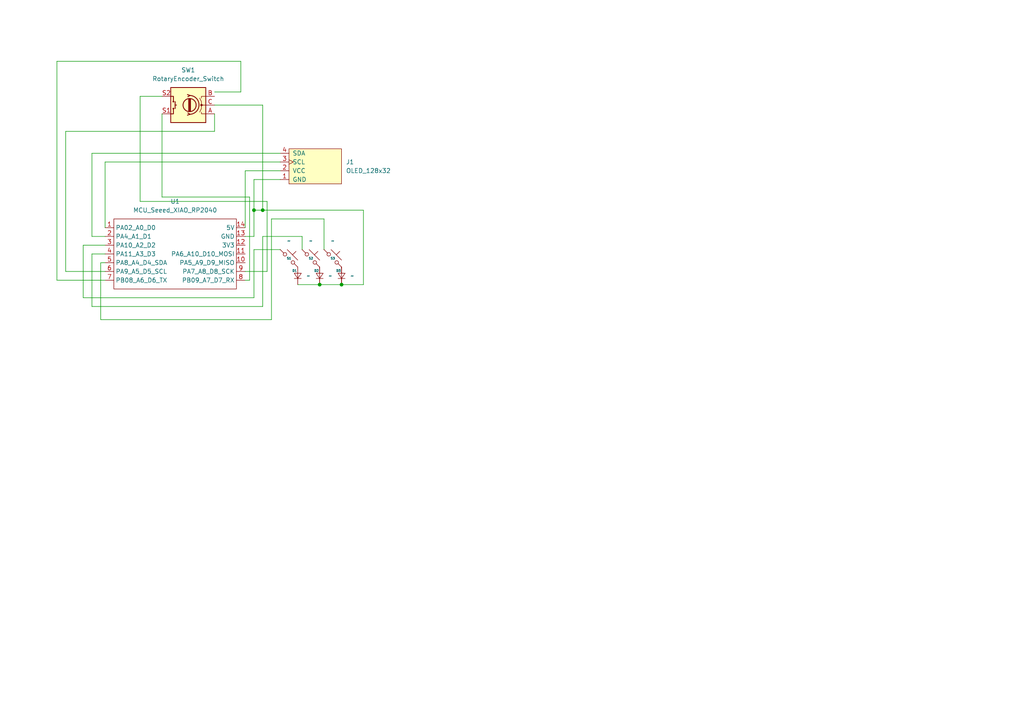
<source format=kicad_sch>
(kicad_sch
	(version 20250114)
	(generator "eeschema")
	(generator_version "9.0")
	(uuid "f9bf133c-8a73-4169-8fbc-e9e4f18c1fbb")
	(paper "A4")
	(lib_symbols
		(symbol "Device:RotaryEncoder_Switch"
			(pin_names
				(offset 0.254)
				(hide yes)
			)
			(exclude_from_sim no)
			(in_bom yes)
			(on_board yes)
			(property "Reference" "SW"
				(at 0 6.604 0)
				(effects
					(font
						(size 1.27 1.27)
					)
				)
			)
			(property "Value" "RotaryEncoder_Switch"
				(at 0 -6.604 0)
				(effects
					(font
						(size 1.27 1.27)
					)
				)
			)
			(property "Footprint" ""
				(at -3.81 4.064 0)
				(effects
					(font
						(size 1.27 1.27)
					)
					(hide yes)
				)
			)
			(property "Datasheet" "~"
				(at 0 6.604 0)
				(effects
					(font
						(size 1.27 1.27)
					)
					(hide yes)
				)
			)
			(property "Description" "Rotary encoder, dual channel, incremental quadrate outputs, with switch"
				(at 0 0 0)
				(effects
					(font
						(size 1.27 1.27)
					)
					(hide yes)
				)
			)
			(property "ki_keywords" "rotary switch encoder switch push button"
				(at 0 0 0)
				(effects
					(font
						(size 1.27 1.27)
					)
					(hide yes)
				)
			)
			(property "ki_fp_filters" "RotaryEncoder*Switch*"
				(at 0 0 0)
				(effects
					(font
						(size 1.27 1.27)
					)
					(hide yes)
				)
			)
			(symbol "RotaryEncoder_Switch_0_1"
				(rectangle
					(start -5.08 5.08)
					(end 5.08 -5.08)
					(stroke
						(width 0.254)
						(type default)
					)
					(fill
						(type background)
					)
				)
				(polyline
					(pts
						(xy -5.08 2.54) (xy -3.81 2.54) (xy -3.81 2.032)
					)
					(stroke
						(width 0)
						(type default)
					)
					(fill
						(type none)
					)
				)
				(polyline
					(pts
						(xy -5.08 0) (xy -3.81 0) (xy -3.81 -1.016) (xy -3.302 -2.032)
					)
					(stroke
						(width 0)
						(type default)
					)
					(fill
						(type none)
					)
				)
				(polyline
					(pts
						(xy -5.08 -2.54) (xy -3.81 -2.54) (xy -3.81 -2.032)
					)
					(stroke
						(width 0)
						(type default)
					)
					(fill
						(type none)
					)
				)
				(polyline
					(pts
						(xy -4.318 0) (xy -3.81 0) (xy -3.81 1.016) (xy -3.302 2.032)
					)
					(stroke
						(width 0)
						(type default)
					)
					(fill
						(type none)
					)
				)
				(circle
					(center -3.81 0)
					(radius 0.254)
					(stroke
						(width 0)
						(type default)
					)
					(fill
						(type outline)
					)
				)
				(polyline
					(pts
						(xy -0.635 -1.778) (xy -0.635 1.778)
					)
					(stroke
						(width 0.254)
						(type default)
					)
					(fill
						(type none)
					)
				)
				(circle
					(center -0.381 0)
					(radius 1.905)
					(stroke
						(width 0.254)
						(type default)
					)
					(fill
						(type none)
					)
				)
				(polyline
					(pts
						(xy -0.381 -1.778) (xy -0.381 1.778)
					)
					(stroke
						(width 0.254)
						(type default)
					)
					(fill
						(type none)
					)
				)
				(arc
					(start -0.381 -2.794)
					(mid -3.0988 -0.0635)
					(end -0.381 2.667)
					(stroke
						(width 0.254)
						(type default)
					)
					(fill
						(type none)
					)
				)
				(polyline
					(pts
						(xy -0.127 1.778) (xy -0.127 -1.778)
					)
					(stroke
						(width 0.254)
						(type default)
					)
					(fill
						(type none)
					)
				)
				(polyline
					(pts
						(xy 0.254 2.921) (xy -0.508 2.667) (xy 0.127 2.286)
					)
					(stroke
						(width 0.254)
						(type default)
					)
					(fill
						(type none)
					)
				)
				(polyline
					(pts
						(xy 0.254 -3.048) (xy -0.508 -2.794) (xy 0.127 -2.413)
					)
					(stroke
						(width 0.254)
						(type default)
					)
					(fill
						(type none)
					)
				)
				(polyline
					(pts
						(xy 3.81 1.016) (xy 3.81 -1.016)
					)
					(stroke
						(width 0.254)
						(type default)
					)
					(fill
						(type none)
					)
				)
				(polyline
					(pts
						(xy 3.81 0) (xy 3.429 0)
					)
					(stroke
						(width 0.254)
						(type default)
					)
					(fill
						(type none)
					)
				)
				(circle
					(center 4.318 1.016)
					(radius 0.127)
					(stroke
						(width 0.254)
						(type default)
					)
					(fill
						(type none)
					)
				)
				(circle
					(center 4.318 -1.016)
					(radius 0.127)
					(stroke
						(width 0.254)
						(type default)
					)
					(fill
						(type none)
					)
				)
				(polyline
					(pts
						(xy 5.08 2.54) (xy 4.318 2.54) (xy 4.318 1.016)
					)
					(stroke
						(width 0.254)
						(type default)
					)
					(fill
						(type none)
					)
				)
				(polyline
					(pts
						(xy 5.08 -2.54) (xy 4.318 -2.54) (xy 4.318 -1.016)
					)
					(stroke
						(width 0.254)
						(type default)
					)
					(fill
						(type none)
					)
				)
			)
			(symbol "RotaryEncoder_Switch_1_1"
				(pin passive line
					(at -7.62 2.54 0)
					(length 2.54)
					(name "A"
						(effects
							(font
								(size 1.27 1.27)
							)
						)
					)
					(number "A"
						(effects
							(font
								(size 1.27 1.27)
							)
						)
					)
				)
				(pin passive line
					(at -7.62 0 0)
					(length 2.54)
					(name "C"
						(effects
							(font
								(size 1.27 1.27)
							)
						)
					)
					(number "C"
						(effects
							(font
								(size 1.27 1.27)
							)
						)
					)
				)
				(pin passive line
					(at -7.62 -2.54 0)
					(length 2.54)
					(name "B"
						(effects
							(font
								(size 1.27 1.27)
							)
						)
					)
					(number "B"
						(effects
							(font
								(size 1.27 1.27)
							)
						)
					)
				)
				(pin passive line
					(at 7.62 2.54 180)
					(length 2.54)
					(name "S1"
						(effects
							(font
								(size 1.27 1.27)
							)
						)
					)
					(number "S1"
						(effects
							(font
								(size 1.27 1.27)
							)
						)
					)
				)
				(pin passive line
					(at 7.62 -2.54 180)
					(length 2.54)
					(name "S2"
						(effects
							(font
								(size 1.27 1.27)
							)
						)
					)
					(number "S2"
						(effects
							(font
								(size 1.27 1.27)
							)
						)
					)
				)
			)
			(embedded_fonts no)
		)
		(symbol "ScottoKeebs:MCU_Seeed_XIAO_RP2040"
			(exclude_from_sim no)
			(in_bom yes)
			(on_board yes)
			(property "Reference" "U"
				(at -16.51 11.43 0)
				(effects
					(font
						(size 1.27 1.27)
					)
				)
			)
			(property "Value" "MCU_Seeed_XIAO_RP2040"
				(at -3.81 -11.43 0)
				(effects
					(font
						(size 1.27 1.27)
					)
				)
			)
			(property "Footprint" ""
				(at -16.51 2.54 0)
				(effects
					(font
						(size 1.27 1.27)
					)
					(hide yes)
				)
			)
			(property "Datasheet" ""
				(at -16.51 2.54 0)
				(effects
					(font
						(size 1.27 1.27)
					)
					(hide yes)
				)
			)
			(property "Description" ""
				(at 0 0 0)
				(effects
					(font
						(size 1.27 1.27)
					)
					(hide yes)
				)
			)
			(symbol "MCU_Seeed_XIAO_RP2040_0_1"
				(rectangle
					(start -16.51 10.16)
					(end 19.05 -10.16)
					(stroke
						(width 0)
						(type default)
					)
					(fill
						(type none)
					)
				)
			)
			(symbol "MCU_Seeed_XIAO_RP2040_1_1"
				(pin passive line
					(at -19.05 7.62 0)
					(length 2.54)
					(name "PA02_A0_D0"
						(effects
							(font
								(size 1.27 1.27)
							)
						)
					)
					(number "1"
						(effects
							(font
								(size 1.27 1.27)
							)
						)
					)
				)
				(pin passive line
					(at -19.05 5.08 0)
					(length 2.54)
					(name "PA4_A1_D1"
						(effects
							(font
								(size 1.27 1.27)
							)
						)
					)
					(number "2"
						(effects
							(font
								(size 1.27 1.27)
							)
						)
					)
				)
				(pin passive line
					(at -19.05 2.54 0)
					(length 2.54)
					(name "PA10_A2_D2"
						(effects
							(font
								(size 1.27 1.27)
							)
						)
					)
					(number "3"
						(effects
							(font
								(size 1.27 1.27)
							)
						)
					)
				)
				(pin passive line
					(at -19.05 0 0)
					(length 2.54)
					(name "PA11_A3_D3"
						(effects
							(font
								(size 1.27 1.27)
							)
						)
					)
					(number "4"
						(effects
							(font
								(size 1.27 1.27)
							)
						)
					)
				)
				(pin passive line
					(at -19.05 -2.54 0)
					(length 2.54)
					(name "PA8_A4_D4_SDA"
						(effects
							(font
								(size 1.27 1.27)
							)
						)
					)
					(number "5"
						(effects
							(font
								(size 1.27 1.27)
							)
						)
					)
				)
				(pin passive line
					(at -19.05 -5.08 0)
					(length 2.54)
					(name "PA9_A5_D5_SCL"
						(effects
							(font
								(size 1.27 1.27)
							)
						)
					)
					(number "6"
						(effects
							(font
								(size 1.27 1.27)
							)
						)
					)
				)
				(pin passive line
					(at -19.05 -7.62 0)
					(length 2.54)
					(name "PB08_A6_D6_TX"
						(effects
							(font
								(size 1.27 1.27)
							)
						)
					)
					(number "7"
						(effects
							(font
								(size 1.27 1.27)
							)
						)
					)
				)
				(pin passive line
					(at 21.59 7.62 180)
					(length 2.54)
					(name "5V"
						(effects
							(font
								(size 1.27 1.27)
							)
						)
					)
					(number "14"
						(effects
							(font
								(size 1.27 1.27)
							)
						)
					)
				)
				(pin passive line
					(at 21.59 5.08 180)
					(length 2.54)
					(name "GND"
						(effects
							(font
								(size 1.27 1.27)
							)
						)
					)
					(number "13"
						(effects
							(font
								(size 1.27 1.27)
							)
						)
					)
				)
				(pin passive line
					(at 21.59 2.54 180)
					(length 2.54)
					(name "3V3"
						(effects
							(font
								(size 1.27 1.27)
							)
						)
					)
					(number "12"
						(effects
							(font
								(size 1.27 1.27)
							)
						)
					)
				)
				(pin passive line
					(at 21.59 0 180)
					(length 2.54)
					(name "PA6_A10_D10_MOSI"
						(effects
							(font
								(size 1.27 1.27)
							)
						)
					)
					(number "11"
						(effects
							(font
								(size 1.27 1.27)
							)
						)
					)
				)
				(pin passive line
					(at 21.59 -2.54 180)
					(length 2.54)
					(name "PA5_A9_D9_MISO"
						(effects
							(font
								(size 1.27 1.27)
							)
						)
					)
					(number "10"
						(effects
							(font
								(size 1.27 1.27)
							)
						)
					)
				)
				(pin passive line
					(at 21.59 -5.08 180)
					(length 2.54)
					(name "PA7_A8_D8_SCK"
						(effects
							(font
								(size 1.27 1.27)
							)
						)
					)
					(number "9"
						(effects
							(font
								(size 1.27 1.27)
							)
						)
					)
				)
				(pin passive line
					(at 21.59 -7.62 180)
					(length 2.54)
					(name "PB09_A7_D7_RX"
						(effects
							(font
								(size 1.27 1.27)
							)
						)
					)
					(number "8"
						(effects
							(font
								(size 1.27 1.27)
							)
						)
					)
				)
			)
			(embedded_fonts no)
		)
		(symbol "ScottoKeebs:OLED_128x32"
			(pin_names
				(offset 1.016)
			)
			(exclude_from_sim no)
			(in_bom yes)
			(on_board yes)
			(property "Reference" "J"
				(at 0 -6.35 0)
				(effects
					(font
						(size 1.27 1.27)
					)
				)
			)
			(property "Value" "OLED_128x32"
				(at 0 6.35 0)
				(effects
					(font
						(size 1.27 1.27)
					)
				)
			)
			(property "Footprint" "ScottoKeebs_Components:OLED_128x32"
				(at 0 8.89 0)
				(effects
					(font
						(size 1.27 1.27)
					)
					(hide yes)
				)
			)
			(property "Datasheet" ""
				(at 0 1.27 0)
				(effects
					(font
						(size 1.27 1.27)
					)
					(hide yes)
				)
			)
			(property "Description" ""
				(at 0 0 0)
				(effects
					(font
						(size 1.27 1.27)
					)
					(hide yes)
				)
			)
			(symbol "OLED_128x32_0_1"
				(rectangle
					(start 0 5.08)
					(end 15.24 -5.08)
					(stroke
						(width 0)
						(type default)
					)
					(fill
						(type background)
					)
				)
			)
			(symbol "OLED_128x32_1_1"
				(pin bidirectional line
					(at -2.54 3.81 0)
					(length 2.54)
					(name "SDA"
						(effects
							(font
								(size 1.27 1.27)
							)
						)
					)
					(number "4"
						(effects
							(font
								(size 1.27 1.27)
							)
						)
					)
				)
				(pin input clock
					(at -2.54 1.27 0)
					(length 2.54)
					(name "SCL"
						(effects
							(font
								(size 1.27 1.27)
							)
						)
					)
					(number "3"
						(effects
							(font
								(size 1.27 1.27)
							)
						)
					)
				)
				(pin power_in line
					(at -2.54 -1.27 0)
					(length 2.54)
					(name "VCC"
						(effects
							(font
								(size 1.27 1.27)
							)
						)
					)
					(number "2"
						(effects
							(font
								(size 1.27 1.27)
							)
						)
					)
				)
				(pin power_in line
					(at -2.54 -3.81 0)
					(length 2.54)
					(name "GND"
						(effects
							(font
								(size 1.27 1.27)
							)
						)
					)
					(number "1"
						(effects
							(font
								(size 1.27 1.27)
							)
						)
					)
				)
			)
			(embedded_fonts no)
		)
		(symbol "ScottoKeebs:Placeholder_Diode"
			(pin_numbers
				(hide yes)
			)
			(pin_names
				(hide yes)
			)
			(exclude_from_sim no)
			(in_bom yes)
			(on_board yes)
			(property "Reference" "D"
				(at -0.15 1.066 0)
				(do_not_autoplace)
				(effects
					(font
						(size 0.635 0.635)
						(thickness 0.127)
						(bold yes)
					)
					(justify right bottom)
				)
			)
			(property "Value" ""
				(at 2.54 0 90)
				(effects
					(font
						(size 1.27 1.27)
					)
				)
			)
			(property "Footprint" ""
				(at 0 0 90)
				(effects
					(font
						(size 1.27 1.27)
					)
					(hide yes)
				)
			)
			(property "Datasheet" ""
				(at 0 0 90)
				(effects
					(font
						(size 1.27 1.27)
					)
					(hide yes)
				)
			)
			(property "Description" ""
				(at 3.81 0 90)
				(effects
					(font
						(size 1.27 1.27)
					)
					(hide yes)
				)
			)
			(property "ki_keywords" "diode"
				(at 0 0 0)
				(effects
					(font
						(size 1.27 1.27)
					)
					(hide yes)
				)
			)
			(property "ki_fp_filters" "D*DO?35*"
				(at 0 0 0)
				(effects
					(font
						(size 1.27 1.27)
					)
					(hide yes)
				)
			)
			(symbol "Placeholder_Diode_0_1"
				(polyline
					(pts
						(xy 0 -0.762) (xy 0 0.762)
					)
					(stroke
						(width 0)
						(type default)
					)
					(fill
						(type none)
					)
				)
			)
			(symbol "Placeholder_Diode_1_1"
				(polyline
					(pts
						(xy 1.016 0.762) (xy 0 -0.762) (xy -1.016 0.762) (xy 1.016 0.762)
					)
					(stroke
						(width 0.1524)
						(type default)
					)
					(fill
						(type none)
					)
				)
				(polyline
					(pts
						(xy 1.016 -0.762) (xy -1.016 -0.762)
					)
					(stroke
						(width 0.1524)
						(type default)
					)
					(fill
						(type none)
					)
				)
				(pin passive line
					(at 0 2.54 270)
					(length 1.778)
					(name "A"
						(effects
							(font
								(size 1.27 1.27)
							)
						)
					)
					(number "2"
						(effects
							(font
								(size 1.27 1.27)
							)
						)
					)
				)
				(pin passive line
					(at 0 -2.54 90)
					(length 1.778)
					(name "K"
						(effects
							(font
								(size 1.27 1.27)
							)
						)
					)
					(number "1"
						(effects
							(font
								(size 1.27 1.27)
							)
						)
					)
				)
			)
			(embedded_fonts no)
		)
		(symbol "ScottoKeebs:Placeholder_Keyswitch"
			(pin_numbers
				(hide yes)
			)
			(pin_names
				(offset 1.016)
				(hide yes)
			)
			(exclude_from_sim no)
			(in_bom yes)
			(on_board yes)
			(property "Reference" "S"
				(at 0 0 0)
				(do_not_autoplace)
				(effects
					(font
						(size 0.635 0.635)
						(thickness 0.127)
						(bold yes)
					)
				)
			)
			(property "Value" ""
				(at 0 -3.81 0)
				(effects
					(font
						(size 1.27 1.27)
					)
				)
			)
			(property "Footprint" ""
				(at 0 0 0)
				(effects
					(font
						(size 1.27 1.27)
					)
					(hide yes)
				)
			)
			(property "Datasheet" ""
				(at -2.54 -1.778 0)
				(effects
					(font
						(size 1.27 1.27)
					)
					(hide yes)
				)
			)
			(property "Description" ""
				(at 0 0 0)
				(effects
					(font
						(size 1.27 1.27)
					)
					(hide yes)
				)
			)
			(property "ki_keywords" "switch normally-open pushbutton push-button"
				(at 0 0 0)
				(effects
					(font
						(size 1.27 1.27)
					)
					(hide yes)
				)
			)
			(symbol "Placeholder_Keyswitch_0_1"
				(polyline
					(pts
						(xy -2.54 2.54) (xy -1.524 1.524) (xy -1.524 1.524)
					)
					(stroke
						(width 0)
						(type default)
					)
					(fill
						(type none)
					)
				)
				(circle
					(center -1.1684 1.1684)
					(radius 0.508)
					(stroke
						(width 0)
						(type default)
					)
					(fill
						(type none)
					)
				)
				(polyline
					(pts
						(xy -0.508 2.54) (xy 2.54 -0.508)
					)
					(stroke
						(width 0)
						(type default)
					)
					(fill
						(type none)
					)
				)
				(polyline
					(pts
						(xy 1.016 1.016) (xy 2.032 2.032)
					)
					(stroke
						(width 0)
						(type default)
					)
					(fill
						(type none)
					)
				)
				(circle
					(center 1.143 -1.1938)
					(radius 0.508)
					(stroke
						(width 0)
						(type default)
					)
					(fill
						(type none)
					)
				)
				(polyline
					(pts
						(xy 1.524 -1.524) (xy 2.54 -2.54) (xy 2.54 -2.54) (xy 2.54 -2.54)
					)
					(stroke
						(width 0)
						(type default)
					)
					(fill
						(type none)
					)
				)
				(pin passive line
					(at -2.54 2.54 0)
					(length 0)
					(name "1"
						(effects
							(font
								(size 1.27 1.27)
							)
						)
					)
					(number "1"
						(effects
							(font
								(size 1.27 1.27)
							)
						)
					)
				)
				(pin passive line
					(at 2.54 -2.54 180)
					(length 0)
					(name "2"
						(effects
							(font
								(size 1.27 1.27)
							)
						)
					)
					(number "2"
						(effects
							(font
								(size 1.27 1.27)
							)
						)
					)
				)
			)
			(embedded_fonts no)
		)
	)
	(junction
		(at 99.06 82.55)
		(diameter 0)
		(color 0 0 0 0)
		(uuid "04b94476-fecd-4946-81dd-284944212410")
	)
	(junction
		(at 73.66 60.96)
		(diameter 0)
		(color 0 0 0 0)
		(uuid "27375be2-b182-4fe7-89c5-55febccf0064")
	)
	(junction
		(at 76.2 60.96)
		(diameter 0)
		(color 0 0 0 0)
		(uuid "bcd6637e-0781-4b1d-8cbd-7c35b17b2ec7")
	)
	(junction
		(at 92.71 82.55)
		(diameter 0)
		(color 0 0 0 0)
		(uuid "d8419dd8-6b8b-4ff4-bd9c-fb484fb35e19")
	)
	(wire
		(pts
			(xy 93.98 72.39) (xy 93.98 63.5)
		)
		(stroke
			(width 0)
			(type default)
		)
		(uuid "022e2edc-6924-4520-8801-d8647667621c")
	)
	(wire
		(pts
			(xy 105.41 82.55) (xy 105.41 60.96)
		)
		(stroke
			(width 0)
			(type default)
		)
		(uuid "02666cb0-b74d-476c-9eeb-45c30da0a1f5")
	)
	(wire
		(pts
			(xy 26.67 73.66) (xy 30.48 73.66)
		)
		(stroke
			(width 0)
			(type default)
		)
		(uuid "03b697ee-b48f-4130-a0c9-7be9c5962bcb")
	)
	(wire
		(pts
			(xy 78.74 92.71) (xy 29.21 92.71)
		)
		(stroke
			(width 0)
			(type default)
		)
		(uuid "06050aa8-8950-4fbc-a916-514a21d5650c")
	)
	(wire
		(pts
			(xy 62.23 38.1) (xy 19.05 38.1)
		)
		(stroke
			(width 0)
			(type default)
		)
		(uuid "08d8878a-4da8-434e-9608-d9208e82819c")
	)
	(wire
		(pts
			(xy 81.28 72.39) (xy 73.66 72.39)
		)
		(stroke
			(width 0)
			(type default)
		)
		(uuid "0d2a83ac-b3eb-4ca0-a9a9-51f1eb6b38cf")
	)
	(wire
		(pts
			(xy 87.63 72.39) (xy 87.63 68.58)
		)
		(stroke
			(width 0)
			(type default)
		)
		(uuid "127c755b-6c0c-4317-b73d-fb792b3cb247")
	)
	(wire
		(pts
			(xy 73.66 72.39) (xy 73.66 86.36)
		)
		(stroke
			(width 0)
			(type default)
		)
		(uuid "12b59be5-be1e-4815-836c-91587f103276")
	)
	(wire
		(pts
			(xy 46.99 27.94) (xy 40.64 27.94)
		)
		(stroke
			(width 0)
			(type default)
		)
		(uuid "1ac08997-d46c-4c0a-8891-bc14e5a67679")
	)
	(wire
		(pts
			(xy 71.12 49.53) (xy 71.12 66.04)
		)
		(stroke
			(width 0)
			(type default)
		)
		(uuid "295ffc70-0c46-40e4-b452-1422d2a5f76d")
	)
	(wire
		(pts
			(xy 19.05 38.1) (xy 19.05 78.74)
		)
		(stroke
			(width 0)
			(type default)
		)
		(uuid "2af4f701-44e4-4566-8292-92775d220e3e")
	)
	(wire
		(pts
			(xy 46.99 57.15) (xy 72.39 57.15)
		)
		(stroke
			(width 0)
			(type default)
		)
		(uuid "2d337ccf-5266-428b-bc9b-e7910cab574f")
	)
	(wire
		(pts
			(xy 92.71 82.55) (xy 99.06 82.55)
		)
		(stroke
			(width 0)
			(type default)
		)
		(uuid "348589b8-b93c-447b-bda7-82988f577f75")
	)
	(wire
		(pts
			(xy 29.21 76.2) (xy 30.48 76.2)
		)
		(stroke
			(width 0)
			(type default)
		)
		(uuid "34bd568f-7f6b-4753-bff7-1c3502d26ca0")
	)
	(wire
		(pts
			(xy 73.66 60.96) (xy 73.66 68.58)
		)
		(stroke
			(width 0)
			(type default)
		)
		(uuid "37b39f2f-f372-4ac7-8167-e26d917816bb")
	)
	(wire
		(pts
			(xy 81.28 44.45) (xy 26.67 44.45)
		)
		(stroke
			(width 0)
			(type default)
		)
		(uuid "3c9ef31c-b39b-40ca-9e22-179a13f5d5cc")
	)
	(wire
		(pts
			(xy 81.28 52.07) (xy 73.66 52.07)
		)
		(stroke
			(width 0)
			(type default)
		)
		(uuid "3e15ba36-280a-4281-aa9d-e03a1387eba5")
	)
	(wire
		(pts
			(xy 77.47 78.74) (xy 71.12 78.74)
		)
		(stroke
			(width 0)
			(type default)
		)
		(uuid "3ff7da49-12b9-4a23-9df8-91288a284734")
	)
	(wire
		(pts
			(xy 72.39 81.28) (xy 71.12 81.28)
		)
		(stroke
			(width 0)
			(type default)
		)
		(uuid "427659da-1ffd-4dfa-956b-a69962662ee6")
	)
	(wire
		(pts
			(xy 72.39 57.15) (xy 72.39 81.28)
		)
		(stroke
			(width 0)
			(type default)
		)
		(uuid "46e45a8a-f366-4066-b428-6cc8da619f2f")
	)
	(wire
		(pts
			(xy 62.23 26.67) (xy 69.85 26.67)
		)
		(stroke
			(width 0)
			(type default)
		)
		(uuid "486e451b-3912-46de-a5cb-a83e5d175faf")
	)
	(wire
		(pts
			(xy 76.2 88.9) (xy 26.67 88.9)
		)
		(stroke
			(width 0)
			(type default)
		)
		(uuid "4ffede85-93cd-4686-9192-390cf1e5b3b2")
	)
	(wire
		(pts
			(xy 30.48 46.99) (xy 30.48 66.04)
		)
		(stroke
			(width 0)
			(type default)
		)
		(uuid "51ed79e3-b71d-4631-8419-c2162f0fb25e")
	)
	(wire
		(pts
			(xy 76.2 68.58) (xy 76.2 88.9)
		)
		(stroke
			(width 0)
			(type default)
		)
		(uuid "51f3bd83-1b53-4208-a56d-4eb49a6fb9d3")
	)
	(wire
		(pts
			(xy 93.98 63.5) (xy 78.74 63.5)
		)
		(stroke
			(width 0)
			(type default)
		)
		(uuid "5983a8de-9536-436a-9367-eeb939332dab")
	)
	(wire
		(pts
			(xy 77.47 58.42) (xy 77.47 78.74)
		)
		(stroke
			(width 0)
			(type default)
		)
		(uuid "66ee2e0f-b129-42bd-b8e2-36a95ee098e9")
	)
	(wire
		(pts
			(xy 62.23 33.02) (xy 62.23 38.1)
		)
		(stroke
			(width 0)
			(type default)
		)
		(uuid "68334415-94d6-47ae-9e94-7d98acc4f08d")
	)
	(wire
		(pts
			(xy 69.85 26.67) (xy 69.85 17.78)
		)
		(stroke
			(width 0)
			(type default)
		)
		(uuid "6f2862e7-2d61-4230-a9ad-12c78763be2b")
	)
	(wire
		(pts
			(xy 78.74 63.5) (xy 78.74 92.71)
		)
		(stroke
			(width 0)
			(type default)
		)
		(uuid "717fe882-897a-40ec-9ecf-5cfdc496e184")
	)
	(wire
		(pts
			(xy 76.2 30.48) (xy 76.2 60.96)
		)
		(stroke
			(width 0)
			(type default)
		)
		(uuid "74446f34-c19f-48ad-b5bd-6c8493c04ac3")
	)
	(wire
		(pts
			(xy 26.67 88.9) (xy 26.67 73.66)
		)
		(stroke
			(width 0)
			(type default)
		)
		(uuid "77e4333c-64eb-4513-a93c-1e3522965d24")
	)
	(wire
		(pts
			(xy 76.2 60.96) (xy 73.66 60.96)
		)
		(stroke
			(width 0)
			(type default)
		)
		(uuid "834ca70c-e0bf-4338-a415-7bf0b41776a6")
	)
	(wire
		(pts
			(xy 69.85 17.78) (xy 16.51 17.78)
		)
		(stroke
			(width 0)
			(type default)
		)
		(uuid "835a96af-cb87-4e5b-8d4a-0ad0dbdda49e")
	)
	(wire
		(pts
			(xy 81.28 49.53) (xy 71.12 49.53)
		)
		(stroke
			(width 0)
			(type default)
		)
		(uuid "867aaa4d-251c-4fb4-8930-e642d2714eb4")
	)
	(wire
		(pts
			(xy 73.66 52.07) (xy 73.66 60.96)
		)
		(stroke
			(width 0)
			(type default)
		)
		(uuid "8c3547be-53c8-418c-94ea-474451c66b79")
	)
	(wire
		(pts
			(xy 29.21 92.71) (xy 29.21 76.2)
		)
		(stroke
			(width 0)
			(type default)
		)
		(uuid "8d3fdade-55f9-47b6-85bf-fcd13e2ade93")
	)
	(wire
		(pts
			(xy 16.51 81.28) (xy 30.48 81.28)
		)
		(stroke
			(width 0)
			(type default)
		)
		(uuid "95280c27-54e2-4447-81e8-223e51683c23")
	)
	(wire
		(pts
			(xy 40.64 27.94) (xy 40.64 58.42)
		)
		(stroke
			(width 0)
			(type default)
		)
		(uuid "9c1212ad-7c8d-4d49-a5fe-7ffd73d30fe2")
	)
	(wire
		(pts
			(xy 62.23 30.48) (xy 76.2 30.48)
		)
		(stroke
			(width 0)
			(type default)
		)
		(uuid "a228a868-d09d-43b0-8b31-8fb265b97858")
	)
	(wire
		(pts
			(xy 16.51 17.78) (xy 16.51 81.28)
		)
		(stroke
			(width 0)
			(type default)
		)
		(uuid "a27d6262-9f1e-4a2e-b1d5-b682f6c47d5d")
	)
	(wire
		(pts
			(xy 73.66 68.58) (xy 71.12 68.58)
		)
		(stroke
			(width 0)
			(type default)
		)
		(uuid "a707f373-a6be-4263-941e-3ad2f789d619")
	)
	(wire
		(pts
			(xy 26.67 68.58) (xy 30.48 68.58)
		)
		(stroke
			(width 0)
			(type default)
		)
		(uuid "aebd7c57-9f88-496a-9368-7eb567eaa093")
	)
	(wire
		(pts
			(xy 46.99 33.02) (xy 46.99 57.15)
		)
		(stroke
			(width 0)
			(type default)
		)
		(uuid "aee47229-581f-4a52-94cb-d048400a9e3a")
	)
	(wire
		(pts
			(xy 24.13 71.12) (xy 30.48 71.12)
		)
		(stroke
			(width 0)
			(type default)
		)
		(uuid "b0d41448-86e4-442c-8233-8cd1f5ffbb96")
	)
	(wire
		(pts
			(xy 105.41 60.96) (xy 76.2 60.96)
		)
		(stroke
			(width 0)
			(type default)
		)
		(uuid "c2f3418b-fc75-453c-92cc-545808203656")
	)
	(wire
		(pts
			(xy 73.66 86.36) (xy 24.13 86.36)
		)
		(stroke
			(width 0)
			(type default)
		)
		(uuid "cc782907-3052-4aaa-9266-0a7e54cfbd1a")
	)
	(wire
		(pts
			(xy 40.64 58.42) (xy 77.47 58.42)
		)
		(stroke
			(width 0)
			(type default)
		)
		(uuid "cf02c9a4-4e3f-49d3-b6d5-b261ff0bc3d9")
	)
	(wire
		(pts
			(xy 99.06 82.55) (xy 105.41 82.55)
		)
		(stroke
			(width 0)
			(type default)
		)
		(uuid "d05f1198-51f4-4b6a-a7b9-00ec86d55d0d")
	)
	(wire
		(pts
			(xy 19.05 78.74) (xy 30.48 78.74)
		)
		(stroke
			(width 0)
			(type default)
		)
		(uuid "d22d90be-a034-45c4-8048-7870a665e3e0")
	)
	(wire
		(pts
			(xy 87.63 68.58) (xy 76.2 68.58)
		)
		(stroke
			(width 0)
			(type default)
		)
		(uuid "da3eb1ac-10d0-4973-989a-40c20d0f186a")
	)
	(wire
		(pts
			(xy 26.67 44.45) (xy 26.67 68.58)
		)
		(stroke
			(width 0)
			(type default)
		)
		(uuid "dc0a32f3-f3a0-4864-a8b3-2b1a119e7695")
	)
	(wire
		(pts
			(xy 24.13 86.36) (xy 24.13 71.12)
		)
		(stroke
			(width 0)
			(type default)
		)
		(uuid "dc88a379-33c4-47a7-976a-d5b91562855e")
	)
	(wire
		(pts
			(xy 81.28 46.99) (xy 30.48 46.99)
		)
		(stroke
			(width 0)
			(type default)
		)
		(uuid "ed011902-28e6-47bf-8140-a8febf57747a")
	)
	(wire
		(pts
			(xy 86.36 82.55) (xy 92.71 82.55)
		)
		(stroke
			(width 0)
			(type default)
		)
		(uuid "f2d5d1c0-e2f6-4107-bb12-d3a1f8c558eb")
	)
	(symbol
		(lib_id "ScottoKeebs:MCU_Seeed_XIAO_RP2040")
		(at 49.53 73.66 0)
		(unit 1)
		(exclude_from_sim no)
		(in_bom yes)
		(on_board yes)
		(dnp no)
		(fields_autoplaced yes)
		(uuid "0196532d-cd8a-473a-9d78-e8fc82edad1d")
		(property "Reference" "U1"
			(at 50.8 58.42 0)
			(effects
				(font
					(size 1.27 1.27)
				)
			)
		)
		(property "Value" "MCU_Seeed_XIAO_RP2040"
			(at 50.8 60.96 0)
			(effects
				(font
					(size 1.27 1.27)
				)
			)
		)
		(property "Footprint" "ScottoKeebs_MCU:Seeed_XIAO_RP2040"
			(at 33.02 71.12 0)
			(effects
				(font
					(size 1.27 1.27)
				)
				(hide yes)
			)
		)
		(property "Datasheet" ""
			(at 33.02 71.12 0)
			(effects
				(font
					(size 1.27 1.27)
				)
				(hide yes)
			)
		)
		(property "Description" ""
			(at 49.53 73.66 0)
			(effects
				(font
					(size 1.27 1.27)
				)
				(hide yes)
			)
		)
		(pin "4"
			(uuid "6870920b-50ef-4f4b-9457-102f9ab21b0e")
		)
		(pin "1"
			(uuid "1de3c80c-5369-4129-b3c3-2084df6a6d05")
		)
		(pin "2"
			(uuid "f6796f59-eb8b-4910-85e0-6be8ed9083e9")
		)
		(pin "3"
			(uuid "772e0923-fb70-49a4-847d-fb23edc663da")
		)
		(pin "6"
			(uuid "71b80f25-78e3-47cd-9f41-dfa950bd47e5")
		)
		(pin "5"
			(uuid "1fd29210-17d6-4615-bb1d-fef2112f04db")
		)
		(pin "12"
			(uuid "933e4a5e-f0b2-4fb5-8568-4292327b791c")
		)
		(pin "11"
			(uuid "876fd35a-399b-43e0-986e-aeada035f2dc")
		)
		(pin "10"
			(uuid "21575b54-fbd9-457f-8027-1a7ffdd1f271")
		)
		(pin "8"
			(uuid "5fff48a1-7aa0-4088-b387-dfabb6249068")
		)
		(pin "13"
			(uuid "77261335-f831-4c5b-b187-1f232de9dc37")
		)
		(pin "7"
			(uuid "72d2e986-ba5b-4fc4-a34f-6f5501dde183")
		)
		(pin "14"
			(uuid "654d5b4c-b2cc-4a2d-a345-d3289b299dce")
		)
		(pin "9"
			(uuid "f8f91e97-9893-4313-b6d3-c15d1eb14469")
		)
		(instances
			(project ""
				(path "/f9bf133c-8a73-4169-8fbc-e9e4f18c1fbb"
					(reference "U1")
					(unit 1)
				)
			)
		)
	)
	(symbol
		(lib_id "ScottoKeebs:Placeholder_Keyswitch")
		(at 90.17 74.93 0)
		(unit 1)
		(exclude_from_sim no)
		(in_bom yes)
		(on_board yes)
		(dnp no)
		(fields_autoplaced yes)
		(uuid "6a60b238-cf05-41bf-9ed8-a3487fc97a0e")
		(property "Reference" "S2"
			(at 90.17 74.93 0)
			(do_not_autoplace yes)
			(effects
				(font
					(size 0.635 0.635)
					(thickness 0.127)
					(bold yes)
				)
			)
		)
		(property "Value" "~"
			(at 90.17 69.85 0)
			(effects
				(font
					(size 1.27 1.27)
				)
			)
		)
		(property "Footprint" "ScottoKeebs_MX:MX_PCB_1.00u"
			(at 90.17 74.93 0)
			(effects
				(font
					(size 1.27 1.27)
				)
				(hide yes)
			)
		)
		(property "Datasheet" ""
			(at 87.63 76.708 0)
			(effects
				(font
					(size 1.27 1.27)
				)
				(hide yes)
			)
		)
		(property "Description" ""
			(at 90.17 74.93 0)
			(effects
				(font
					(size 1.27 1.27)
				)
				(hide yes)
			)
		)
		(pin "1"
			(uuid "f84e3a50-d8cd-4ea9-9037-c978e3a11c8f")
		)
		(pin "2"
			(uuid "26d3c5a2-88f0-4c33-8116-6bfae8032fb4")
		)
		(instances
			(project "osuPad"
				(path "/f9bf133c-8a73-4169-8fbc-e9e4f18c1fbb"
					(reference "S2")
					(unit 1)
				)
			)
		)
	)
	(symbol
		(lib_id "Device:RotaryEncoder_Switch")
		(at 54.61 30.48 180)
		(unit 1)
		(exclude_from_sim no)
		(in_bom yes)
		(on_board yes)
		(dnp no)
		(fields_autoplaced yes)
		(uuid "842b7291-ef51-4194-879d-67f7e06bc5da")
		(property "Reference" "SW1"
			(at 54.61 20.32 0)
			(effects
				(font
					(size 1.27 1.27)
				)
			)
		)
		(property "Value" "RotaryEncoder_Switch"
			(at 54.61 22.86 0)
			(effects
				(font
					(size 1.27 1.27)
				)
			)
		)
		(property "Footprint" ""
			(at 58.42 34.544 0)
			(effects
				(font
					(size 1.27 1.27)
				)
				(hide yes)
			)
		)
		(property "Datasheet" "~"
			(at 54.61 37.084 0)
			(effects
				(font
					(size 1.27 1.27)
				)
				(hide yes)
			)
		)
		(property "Description" "Rotary encoder, dual channel, incremental quadrate outputs, with switch"
			(at 54.61 30.48 0)
			(effects
				(font
					(size 1.27 1.27)
				)
				(hide yes)
			)
		)
		(pin "C"
			(uuid "9cf7e20d-9413-41bc-ace8-2ae92b3c9cc4")
		)
		(pin "S1"
			(uuid "b47abd6e-b516-4e22-a9d0-b49b0e908411")
		)
		(pin "A"
			(uuid "25234c2f-3e98-4017-a76b-962f4aa9cfb0")
		)
		(pin "B"
			(uuid "c57fbf5a-76dd-4cc6-abd5-8408f7ec73c1")
		)
		(pin "S2"
			(uuid "6146d9b0-75f1-4ae6-bbb0-0d745f21e57e")
		)
		(instances
			(project ""
				(path "/f9bf133c-8a73-4169-8fbc-e9e4f18c1fbb"
					(reference "SW1")
					(unit 1)
				)
			)
		)
	)
	(symbol
		(lib_id "ScottoKeebs:Placeholder_Keyswitch")
		(at 83.82 74.93 0)
		(unit 1)
		(exclude_from_sim no)
		(in_bom yes)
		(on_board yes)
		(dnp no)
		(fields_autoplaced yes)
		(uuid "a29f39b5-2a1b-458e-ac6a-06620dd0dc10")
		(property "Reference" "S1"
			(at 83.82 74.93 0)
			(do_not_autoplace yes)
			(effects
				(font
					(size 0.635 0.635)
					(thickness 0.127)
					(bold yes)
				)
			)
		)
		(property "Value" "~"
			(at 83.82 69.85 0)
			(effects
				(font
					(size 1.27 1.27)
				)
			)
		)
		(property "Footprint" "ScottoKeebs_MX:MX_PCB_1.00u"
			(at 83.82 74.93 0)
			(effects
				(font
					(size 1.27 1.27)
				)
				(hide yes)
			)
		)
		(property "Datasheet" ""
			(at 81.28 76.708 0)
			(effects
				(font
					(size 1.27 1.27)
				)
				(hide yes)
			)
		)
		(property "Description" ""
			(at 83.82 74.93 0)
			(effects
				(font
					(size 1.27 1.27)
				)
				(hide yes)
			)
		)
		(pin "1"
			(uuid "61b67329-16db-4f99-86dc-c7cc495b751a")
		)
		(pin "2"
			(uuid "e15e411b-36cc-41f8-ae09-380d9dccbd93")
		)
		(instances
			(project ""
				(path "/f9bf133c-8a73-4169-8fbc-e9e4f18c1fbb"
					(reference "S1")
					(unit 1)
				)
			)
		)
	)
	(symbol
		(lib_id "ScottoKeebs:Placeholder_Keyswitch")
		(at 96.52 74.93 0)
		(unit 1)
		(exclude_from_sim no)
		(in_bom yes)
		(on_board yes)
		(dnp no)
		(fields_autoplaced yes)
		(uuid "c91f08db-2d28-4179-820d-d2140d9c5edd")
		(property "Reference" "S3"
			(at 96.52 74.93 0)
			(do_not_autoplace yes)
			(effects
				(font
					(size 0.635 0.635)
					(thickness 0.127)
					(bold yes)
				)
			)
		)
		(property "Value" "~"
			(at 96.52 69.85 0)
			(effects
				(font
					(size 1.27 1.27)
				)
			)
		)
		(property "Footprint" "ScottoKeebs_MX:MX_PCB_1.00u"
			(at 96.52 74.93 0)
			(effects
				(font
					(size 1.27 1.27)
				)
				(hide yes)
			)
		)
		(property "Datasheet" ""
			(at 93.98 76.708 0)
			(effects
				(font
					(size 1.27 1.27)
				)
				(hide yes)
			)
		)
		(property "Description" ""
			(at 96.52 74.93 0)
			(effects
				(font
					(size 1.27 1.27)
				)
				(hide yes)
			)
		)
		(pin "1"
			(uuid "81f4169c-2fd4-46c9-b2c9-5144df82c621")
		)
		(pin "2"
			(uuid "4a2e45fe-e2e2-419c-95a1-fc4db38458e3")
		)
		(instances
			(project "osuPad"
				(path "/f9bf133c-8a73-4169-8fbc-e9e4f18c1fbb"
					(reference "S3")
					(unit 1)
				)
			)
		)
	)
	(symbol
		(lib_id "ScottoKeebs:Placeholder_Diode")
		(at 86.36 80.01 0)
		(unit 1)
		(exclude_from_sim no)
		(in_bom yes)
		(on_board yes)
		(dnp no)
		(fields_autoplaced yes)
		(uuid "db26a17b-5af5-4172-bf63-9fc1197bf2ee")
		(property "Reference" "D1"
			(at 86.21 78.944 0)
			(do_not_autoplace yes)
			(effects
				(font
					(size 0.635 0.635)
					(thickness 0.127)
					(bold yes)
				)
				(justify right bottom)
			)
		)
		(property "Value" "~"
			(at 88.9 80.0099 0)
			(effects
				(font
					(size 1.27 1.27)
				)
				(justify left)
			)
		)
		(property "Footprint" "ScottoKeebs_Components:Diode_DO-35"
			(at 86.36 80.01 90)
			(effects
				(font
					(size 1.27 1.27)
				)
				(hide yes)
			)
		)
		(property "Datasheet" ""
			(at 86.36 80.01 90)
			(effects
				(font
					(size 1.27 1.27)
				)
				(hide yes)
			)
		)
		(property "Description" ""
			(at 90.17 80.01 90)
			(effects
				(font
					(size 1.27 1.27)
				)
				(hide yes)
			)
		)
		(pin "2"
			(uuid "833a8201-587e-47d7-8725-8e9da6ab637e")
		)
		(pin "1"
			(uuid "40946400-60c9-4883-9bda-9cd0477cbd50")
		)
		(instances
			(project ""
				(path "/f9bf133c-8a73-4169-8fbc-e9e4f18c1fbb"
					(reference "D1")
					(unit 1)
				)
			)
		)
	)
	(symbol
		(lib_id "ScottoKeebs:Placeholder_Diode")
		(at 92.71 80.01 0)
		(unit 1)
		(exclude_from_sim no)
		(in_bom yes)
		(on_board yes)
		(dnp no)
		(fields_autoplaced yes)
		(uuid "db7cb547-8176-4a42-8511-e90d0de962d0")
		(property "Reference" "D2"
			(at 92.56 78.944 0)
			(do_not_autoplace yes)
			(effects
				(font
					(size 0.635 0.635)
					(thickness 0.127)
					(bold yes)
				)
				(justify right bottom)
			)
		)
		(property "Value" "~"
			(at 95.25 80.0099 0)
			(effects
				(font
					(size 1.27 1.27)
				)
				(justify left)
			)
		)
		(property "Footprint" "ScottoKeebs_Components:Diode_DO-35"
			(at 92.71 80.01 90)
			(effects
				(font
					(size 1.27 1.27)
				)
				(hide yes)
			)
		)
		(property "Datasheet" ""
			(at 92.71 80.01 90)
			(effects
				(font
					(size 1.27 1.27)
				)
				(hide yes)
			)
		)
		(property "Description" ""
			(at 96.52 80.01 90)
			(effects
				(font
					(size 1.27 1.27)
				)
				(hide yes)
			)
		)
		(pin "2"
			(uuid "1c091169-0f49-42c2-a166-d34f22fb40c9")
		)
		(pin "1"
			(uuid "490bfa8f-7489-4f5b-9999-e93d81f29bda")
		)
		(instances
			(project "osuPad"
				(path "/f9bf133c-8a73-4169-8fbc-e9e4f18c1fbb"
					(reference "D2")
					(unit 1)
				)
			)
		)
	)
	(symbol
		(lib_id "ScottoKeebs:Placeholder_Diode")
		(at 99.06 80.01 0)
		(unit 1)
		(exclude_from_sim no)
		(in_bom yes)
		(on_board yes)
		(dnp no)
		(fields_autoplaced yes)
		(uuid "e3e5204d-9882-4a6b-a8d8-8e3ba1c62ef9")
		(property "Reference" "D3"
			(at 98.91 78.944 0)
			(do_not_autoplace yes)
			(effects
				(font
					(size 0.635 0.635)
					(thickness 0.127)
					(bold yes)
				)
				(justify right bottom)
			)
		)
		(property "Value" "~"
			(at 101.6 80.0099 0)
			(effects
				(font
					(size 1.27 1.27)
				)
				(justify left)
			)
		)
		(property "Footprint" "ScottoKeebs_Components:Diode_DO-35"
			(at 99.06 80.01 90)
			(effects
				(font
					(size 1.27 1.27)
				)
				(hide yes)
			)
		)
		(property "Datasheet" ""
			(at 99.06 80.01 90)
			(effects
				(font
					(size 1.27 1.27)
				)
				(hide yes)
			)
		)
		(property "Description" ""
			(at 102.87 80.01 90)
			(effects
				(font
					(size 1.27 1.27)
				)
				(hide yes)
			)
		)
		(pin "2"
			(uuid "4f8809f8-ea6c-4084-8f62-ab612eaed6e6")
		)
		(pin "1"
			(uuid "ce15c6c1-3901-4782-b6dd-1c22136d1b8f")
		)
		(instances
			(project "osuPad"
				(path "/f9bf133c-8a73-4169-8fbc-e9e4f18c1fbb"
					(reference "D3")
					(unit 1)
				)
			)
		)
	)
	(symbol
		(lib_id "ScottoKeebs:OLED_128x32")
		(at 83.82 48.26 0)
		(unit 1)
		(exclude_from_sim no)
		(in_bom yes)
		(on_board yes)
		(dnp no)
		(uuid "ed62b747-cdd8-4f2b-99db-0c04a3a00a9f")
		(property "Reference" "J1"
			(at 100.33 46.9899 0)
			(effects
				(font
					(size 1.27 1.27)
				)
				(justify left)
			)
		)
		(property "Value" "OLED_128x32"
			(at 100.33 49.5299 0)
			(effects
				(font
					(size 1.27 1.27)
				)
				(justify left)
			)
		)
		(property "Footprint" "ScottoKeebs_Components:OLED_128x32"
			(at 83.82 39.37 0)
			(effects
				(font
					(size 1.27 1.27)
				)
				(hide yes)
			)
		)
		(property "Datasheet" ""
			(at 83.82 46.99 0)
			(effects
				(font
					(size 1.27 1.27)
				)
				(hide yes)
			)
		)
		(property "Description" ""
			(at 83.82 48.26 0)
			(effects
				(font
					(size 1.27 1.27)
				)
				(hide yes)
			)
		)
		(pin "3"
			(uuid "8fb467e3-c078-4bbd-acbe-2f9b565a6c79")
		)
		(pin "2"
			(uuid "ee012cfd-c400-4591-bbd2-f142e8facd20")
		)
		(pin "4"
			(uuid "703cd350-b900-4b75-81a5-db7b7f4400af")
		)
		(pin "1"
			(uuid "5f67d413-be7a-467f-9ef4-4af5909d9cbe")
		)
		(instances
			(project ""
				(path "/f9bf133c-8a73-4169-8fbc-e9e4f18c1fbb"
					(reference "J1")
					(unit 1)
				)
			)
		)
	)
	(sheet_instances
		(path "/"
			(page "1")
		)
	)
	(embedded_fonts no)
)

</source>
